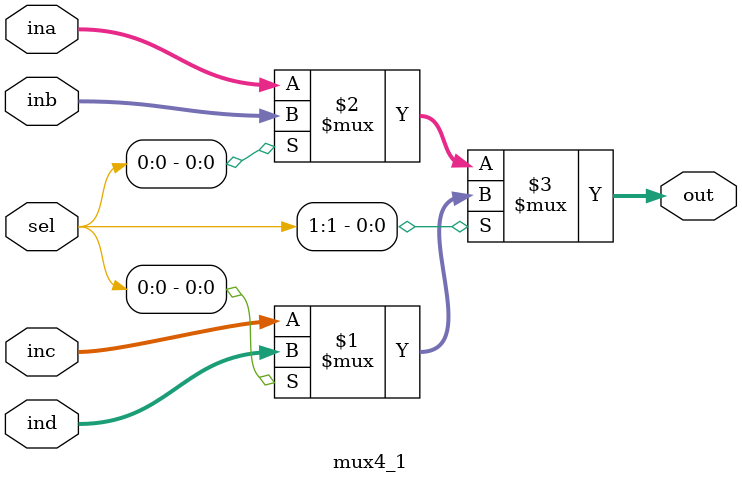
<source format=v>
`timescale 1ns / 1ps


module mux4_1(input [31:0] ina, inb, inc, ind,
              input [1:0] sel,
              output [31:0] out);
    
    assign out = sel[1] ? (sel[0] ? ind : inc) : (sel[0] ? inb : ina);
      
endmodule

</source>
